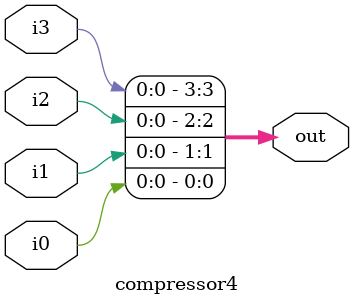
<source format=v>
`timescale 1ns / 1ps
module compressor4(
	i0,i1,i2,i3,out
    );
	input i0;
	input i1;
	input i2;
	input i3;
	output [3:0]out;

	assign out[0] = i0;
	assign out[1] = i1;
	assign out[2] = i2;
	assign out[3] = i3;
	

endmodule

</source>
